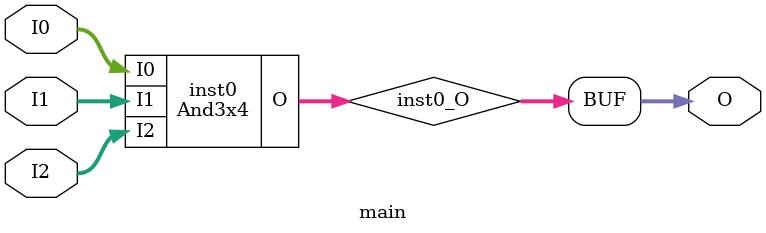
<source format=v>
module And3x4 (input [3:0] I0, input [3:0] I1, input [3:0] I2, output [3:0] O);
wire  inst0_O;
wire  inst1_O;
wire  inst2_O;
wire  inst3_O;
SB_LUT4 #(.LUT_INIT(16'h8080)) inst0 (.I0(I0[0]), .I1(I1[0]), .I2(I2[0]), .I3(1'b0), .O(inst0_O));
SB_LUT4 #(.LUT_INIT(16'h8080)) inst1 (.I0(I0[1]), .I1(I1[1]), .I2(I2[1]), .I3(1'b0), .O(inst1_O));
SB_LUT4 #(.LUT_INIT(16'h8080)) inst2 (.I0(I0[2]), .I1(I1[2]), .I2(I2[2]), .I3(1'b0), .O(inst2_O));
SB_LUT4 #(.LUT_INIT(16'h8080)) inst3 (.I0(I0[3]), .I1(I1[3]), .I2(I2[3]), .I3(1'b0), .O(inst3_O));
assign O = {inst3_O,inst2_O,inst1_O,inst0_O};
endmodule

module main (input [3:0] I0, input [3:0] I1, input [3:0] I2, output [3:0] O);
wire [3:0] inst0_O;
And3x4 inst0 (.I0(I0), .I1(I1), .I2(I2), .O(inst0_O));
assign O = inst0_O;
endmodule


</source>
